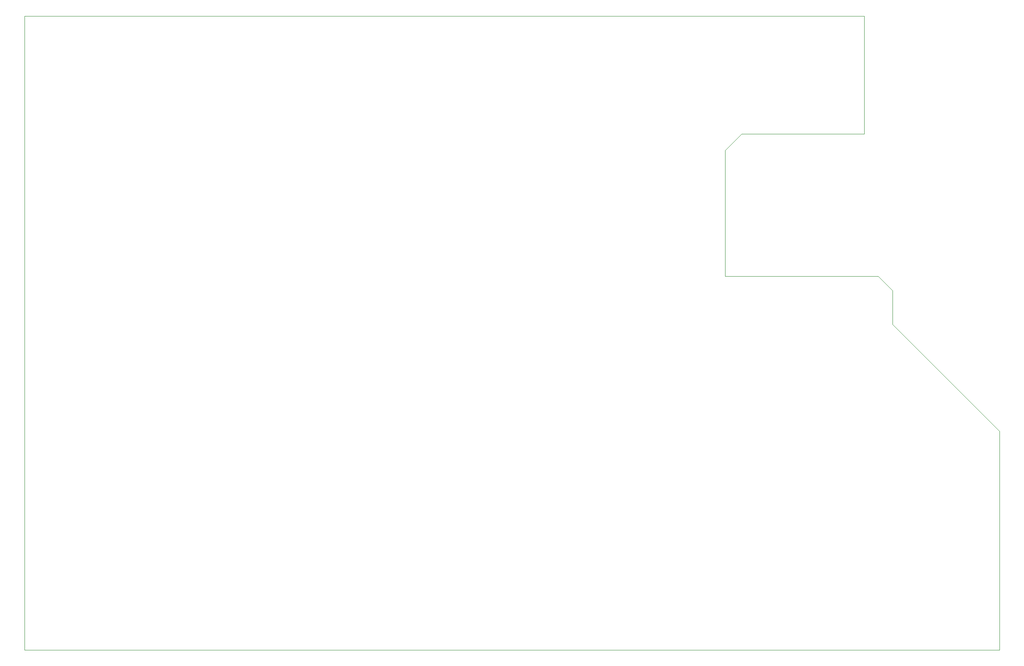
<source format=gbr>
%TF.GenerationSoftware,KiCad,Pcbnew,(5.1.9)-1*%
%TF.CreationDate,2021-05-01T22:48:59+01:00*%
%TF.ProjectId,Mirage,4d697261-6765-42e6-9b69-6361645f7063,rev?*%
%TF.SameCoordinates,Original*%
%TF.FileFunction,Profile,NP*%
%FSLAX46Y46*%
G04 Gerber Fmt 4.6, Leading zero omitted, Abs format (unit mm)*
G04 Created by KiCad (PCBNEW (5.1.9)-1) date 2021-05-01 22:48:59*
%MOMM*%
%LPD*%
G01*
G04 APERTURE LIST*
%TA.AperFunction,Profile*%
%ADD10C,0.038100*%
%TD*%
G04 APERTURE END LIST*
D10*
X225090000Y-51510000D02*
X225090000Y-27830000D01*
X200520000Y-51510000D02*
X225090000Y-51510000D01*
X197240000Y-54790000D02*
X200520000Y-51510000D01*
X227840000Y-79980000D02*
X197240000Y-79980000D01*
X230760000Y-82890000D02*
X227840000Y-79980000D01*
X197240000Y-79980000D02*
X197240000Y-54790000D01*
X230760000Y-89670000D02*
X230760000Y-82890000D01*
X252200000Y-111110000D02*
X230760000Y-89670000D01*
X252200000Y-116100000D02*
X252200000Y-111110000D01*
X252200000Y-154970000D02*
X252200000Y-116100000D01*
X56930000Y-154970000D02*
X252200000Y-154970000D01*
X56930000Y-27830000D02*
X56930000Y-154970000D01*
X225090000Y-27830000D02*
X56930000Y-27830000D01*
M02*

</source>
